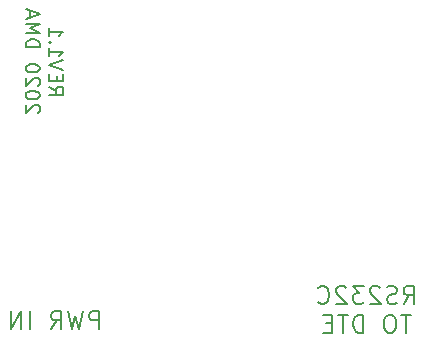
<source format=gbr>
G04 #@! TF.GenerationSoftware,KiCad,Pcbnew,(5.1.0)-1*
G04 #@! TF.CreationDate,2022-02-26T19:57:31-08:00*
G04 #@! TF.ProjectId,BITLINK_12F_R1,4249544c-494e-44b5-9f31-32465f52312e,rev?*
G04 #@! TF.SameCoordinates,PX7755c18PY8cd1ce0*
G04 #@! TF.FileFunction,Legend,Bot*
G04 #@! TF.FilePolarity,Positive*
%FSLAX45Y45*%
G04 Gerber Fmt 4.5, Leading zero omitted, Abs format (unit mm)*
G04 Created by KiCad (PCBNEW (5.1.0)-1) date 2022-02-26 19:57:31*
%MOMM*%
%LPD*%
G04 APERTURE LIST*
%ADD10C,0.200000*%
%ADD11R,3.602000X3.602000*%
%ADD12C,0.100000*%
%ADD13C,3.102000*%
%ADD14C,3.602000*%
%ADD15C,1.902000*%
%ADD16R,1.902000X1.902000*%
%ADD17C,1.802000*%
%ADD18O,1.802000X2.102000*%
%ADD19R,1.802000X1.802000*%
%ADD20O,1.802000X1.802000*%
%ADD21C,2.102000*%
%ADD22R,1.702000X1.702000*%
%ADD23C,1.702000*%
%ADD24C,4.102000*%
%ADD25C,3.302000*%
G04 APERTURE END LIST*
D10*
X487804Y2197472D02*
X544947Y2157472D01*
X487804Y2128900D02*
X607804Y2128900D01*
X607804Y2174614D01*
X602090Y2186043D01*
X596376Y2191757D01*
X584947Y2197472D01*
X567804Y2197472D01*
X556376Y2191757D01*
X550661Y2186043D01*
X544947Y2174614D01*
X544947Y2128900D01*
X550661Y2248900D02*
X550661Y2288900D01*
X487804Y2306043D02*
X487804Y2248900D01*
X607804Y2248900D01*
X607804Y2306043D01*
X607804Y2340329D02*
X487804Y2380329D01*
X607804Y2420329D01*
X487804Y2523186D02*
X487804Y2454614D01*
X487804Y2488900D02*
X607804Y2488900D01*
X590661Y2477472D01*
X579233Y2466043D01*
X573519Y2454614D01*
X499233Y2574614D02*
X493518Y2580329D01*
X487804Y2574614D01*
X493518Y2568900D01*
X499233Y2574614D01*
X487804Y2574614D01*
X487804Y2694614D02*
X487804Y2626043D01*
X487804Y2660329D02*
X607804Y2660329D01*
X590661Y2648900D01*
X579233Y2637472D01*
X573519Y2626043D01*
X396376Y1977471D02*
X402090Y1983186D01*
X407804Y1994614D01*
X407804Y2023186D01*
X402090Y2034614D01*
X396376Y2040329D01*
X384947Y2046043D01*
X373518Y2046043D01*
X356376Y2040329D01*
X287804Y1971757D01*
X287804Y2046043D01*
X407804Y2120329D02*
X407804Y2131757D01*
X402090Y2143186D01*
X396376Y2148900D01*
X384947Y2154614D01*
X362090Y2160329D01*
X333519Y2160329D01*
X310661Y2154614D01*
X299233Y2148900D01*
X293519Y2143186D01*
X287804Y2131757D01*
X287804Y2120329D01*
X293519Y2108900D01*
X299233Y2103186D01*
X310661Y2097472D01*
X333519Y2091757D01*
X362090Y2091757D01*
X384947Y2097472D01*
X396376Y2103186D01*
X402090Y2108900D01*
X407804Y2120329D01*
X396376Y2206043D02*
X402090Y2211757D01*
X407804Y2223186D01*
X407804Y2251757D01*
X402090Y2263186D01*
X396376Y2268900D01*
X384947Y2274614D01*
X373518Y2274614D01*
X356376Y2268900D01*
X287804Y2200329D01*
X287804Y2274614D01*
X407804Y2348900D02*
X407804Y2360329D01*
X402090Y2371757D01*
X396376Y2377472D01*
X384947Y2383186D01*
X362090Y2388900D01*
X333519Y2388900D01*
X310661Y2383186D01*
X299233Y2377472D01*
X293519Y2371757D01*
X287804Y2360329D01*
X287804Y2348900D01*
X293519Y2337472D01*
X299233Y2331757D01*
X310661Y2326043D01*
X333519Y2320329D01*
X362090Y2320329D01*
X384947Y2326043D01*
X396376Y2331757D01*
X402090Y2337472D01*
X407804Y2348900D01*
X287804Y2531757D02*
X407804Y2531757D01*
X407804Y2560329D01*
X402090Y2577472D01*
X390661Y2588900D01*
X379233Y2594614D01*
X356376Y2600329D01*
X339233Y2600329D01*
X316376Y2594614D01*
X304947Y2588900D01*
X293519Y2577472D01*
X287804Y2560329D01*
X287804Y2531757D01*
X287804Y2651757D02*
X407804Y2651757D01*
X322090Y2691757D01*
X407804Y2731757D01*
X287804Y2731757D01*
X322090Y2783186D02*
X322090Y2840329D01*
X287804Y2771757D02*
X407804Y2811757D01*
X287804Y2851757D01*
X3488146Y360423D02*
X3538146Y431851D01*
X3573860Y360423D02*
X3573860Y510423D01*
X3516717Y510423D01*
X3502431Y503280D01*
X3495288Y496137D01*
X3488146Y481851D01*
X3488146Y460423D01*
X3495288Y446137D01*
X3502431Y438994D01*
X3516717Y431851D01*
X3573860Y431851D01*
X3431003Y367566D02*
X3409574Y360423D01*
X3373860Y360423D01*
X3359574Y367566D01*
X3352431Y374709D01*
X3345288Y388994D01*
X3345288Y403280D01*
X3352431Y417566D01*
X3359574Y424709D01*
X3373860Y431851D01*
X3402431Y438994D01*
X3416717Y446137D01*
X3423860Y453280D01*
X3431003Y467566D01*
X3431003Y481851D01*
X3423860Y496137D01*
X3416717Y503280D01*
X3402431Y510423D01*
X3366717Y510423D01*
X3345288Y503280D01*
X3288146Y496137D02*
X3281003Y503280D01*
X3266717Y510423D01*
X3231003Y510423D01*
X3216717Y503280D01*
X3209574Y496137D01*
X3202431Y481851D01*
X3202431Y467566D01*
X3209574Y446137D01*
X3295288Y360423D01*
X3202431Y360423D01*
X3152431Y510423D02*
X3059574Y510423D01*
X3109574Y453280D01*
X3088146Y453280D01*
X3073860Y446137D01*
X3066717Y438994D01*
X3059574Y424709D01*
X3059574Y388994D01*
X3066717Y374709D01*
X3073860Y367566D01*
X3088146Y360423D01*
X3131003Y360423D01*
X3145288Y367566D01*
X3152431Y374709D01*
X3002431Y496137D02*
X2995288Y503280D01*
X2981003Y510423D01*
X2945288Y510423D01*
X2931003Y503280D01*
X2923860Y496137D01*
X2916717Y481851D01*
X2916717Y467566D01*
X2923860Y446137D01*
X3009574Y360423D01*
X2916717Y360423D01*
X2766717Y374709D02*
X2773860Y367566D01*
X2795289Y360423D01*
X2809574Y360423D01*
X2831003Y367566D01*
X2845288Y381851D01*
X2852431Y396137D01*
X2859574Y424709D01*
X2859574Y446137D01*
X2852431Y474709D01*
X2845288Y488994D01*
X2831003Y503280D01*
X2809574Y510423D01*
X2795289Y510423D01*
X2773860Y503280D01*
X2766717Y496137D01*
X3552431Y265423D02*
X3466717Y265423D01*
X3509574Y115423D02*
X3509574Y265423D01*
X3388146Y265423D02*
X3359574Y265423D01*
X3345288Y258280D01*
X3331003Y243994D01*
X3323860Y215423D01*
X3323860Y165423D01*
X3331003Y136852D01*
X3345288Y122566D01*
X3359574Y115423D01*
X3388146Y115423D01*
X3402431Y122566D01*
X3416717Y136852D01*
X3423860Y165423D01*
X3423860Y215423D01*
X3416717Y243994D01*
X3402431Y258280D01*
X3388146Y265423D01*
X3145288Y115423D02*
X3145288Y265423D01*
X3109574Y265423D01*
X3088146Y258280D01*
X3073860Y243994D01*
X3066717Y229709D01*
X3059574Y201137D01*
X3059574Y179709D01*
X3066717Y151137D01*
X3073860Y136852D01*
X3088146Y122566D01*
X3109574Y115423D01*
X3145288Y115423D01*
X3016717Y265423D02*
X2931003Y265423D01*
X2973860Y115423D02*
X2973860Y265423D01*
X2881003Y193994D02*
X2831003Y193994D01*
X2809574Y115423D02*
X2881003Y115423D01*
X2881003Y265423D01*
X2809574Y265423D01*
X910038Y147753D02*
X910038Y297753D01*
X852896Y297753D01*
X838610Y290610D01*
X831467Y283467D01*
X824324Y269182D01*
X824324Y247753D01*
X831467Y233467D01*
X838610Y226324D01*
X852896Y219181D01*
X910038Y219181D01*
X774324Y297753D02*
X738610Y147753D01*
X710038Y254896D01*
X681467Y147753D01*
X645753Y297753D01*
X502896Y147753D02*
X552896Y219181D01*
X588610Y147753D02*
X588610Y297753D01*
X531467Y297753D01*
X517181Y290610D01*
X510038Y283467D01*
X502896Y269182D01*
X502896Y247753D01*
X510038Y233467D01*
X517181Y226324D01*
X531467Y219181D01*
X588610Y219181D01*
X324324Y147753D02*
X324324Y297753D01*
X252896Y147753D02*
X252896Y297753D01*
X167181Y147753D01*
X167181Y297753D01*
%LPC*%
D11*
X536820Y1135520D03*
D12*
G36*
X646971Y690247D02*
G01*
X654499Y689130D01*
X661882Y687281D01*
X669047Y684717D01*
X675927Y681463D01*
X682455Y677551D01*
X688567Y673017D01*
X694206Y667906D01*
X699317Y662267D01*
X703850Y656155D01*
X707763Y649627D01*
X711017Y642747D01*
X713581Y635582D01*
X715430Y628199D01*
X716547Y620671D01*
X716920Y613070D01*
X716920Y457970D01*
X716547Y450369D01*
X715430Y442841D01*
X713581Y435458D01*
X711017Y428293D01*
X707763Y421413D01*
X703850Y414885D01*
X699317Y408773D01*
X694206Y403134D01*
X688567Y398023D01*
X682455Y393489D01*
X675927Y389577D01*
X669047Y386323D01*
X661882Y383759D01*
X654499Y381910D01*
X646971Y380793D01*
X639370Y380420D01*
X434270Y380420D01*
X426669Y380793D01*
X419141Y381910D01*
X411758Y383759D01*
X404593Y386323D01*
X397713Y389577D01*
X391185Y393489D01*
X385073Y398023D01*
X379434Y403134D01*
X374323Y408773D01*
X369789Y414885D01*
X365877Y421413D01*
X362623Y428293D01*
X360059Y435458D01*
X358210Y442841D01*
X357093Y450369D01*
X356720Y457970D01*
X356720Y613070D01*
X357093Y620671D01*
X358210Y628199D01*
X360059Y635582D01*
X362623Y642747D01*
X365877Y649627D01*
X369789Y656155D01*
X374323Y662267D01*
X379434Y667906D01*
X385073Y673017D01*
X391185Y677551D01*
X397713Y681463D01*
X404593Y684717D01*
X411758Y687281D01*
X419141Y689130D01*
X426669Y690247D01*
X434270Y690620D01*
X639370Y690620D01*
X646971Y690247D01*
X646971Y690247D01*
G37*
D13*
X536820Y535520D03*
D12*
G36*
X1105696Y1015186D02*
G01*
X1114438Y1013890D01*
X1123010Y1011742D01*
X1131331Y1008765D01*
X1139319Y1004987D01*
X1146899Y1000444D01*
X1153997Y995180D01*
X1160545Y989245D01*
X1166480Y982697D01*
X1171744Y975599D01*
X1176287Y968019D01*
X1180065Y960031D01*
X1183043Y951710D01*
X1185190Y943138D01*
X1186486Y934396D01*
X1186920Y925570D01*
X1186920Y745470D01*
X1186486Y736644D01*
X1185190Y727902D01*
X1183043Y719330D01*
X1180065Y711009D01*
X1176287Y703021D01*
X1171744Y695441D01*
X1166480Y688343D01*
X1160545Y681795D01*
X1153997Y675860D01*
X1146899Y670596D01*
X1139319Y666053D01*
X1131331Y662275D01*
X1123010Y659298D01*
X1114438Y657150D01*
X1105696Y655854D01*
X1096870Y655420D01*
X916770Y655420D01*
X907944Y655854D01*
X899202Y657150D01*
X890630Y659298D01*
X882309Y662275D01*
X874321Y666053D01*
X866741Y670596D01*
X859643Y675860D01*
X853095Y681795D01*
X847160Y688343D01*
X841896Y695441D01*
X837353Y703021D01*
X833575Y711009D01*
X830597Y719330D01*
X828450Y727902D01*
X827154Y736644D01*
X826720Y745470D01*
X826720Y925570D01*
X827154Y934396D01*
X828450Y943138D01*
X830597Y951710D01*
X833575Y960031D01*
X837353Y968019D01*
X841896Y975599D01*
X847160Y982697D01*
X853095Y989245D01*
X859643Y995180D01*
X866741Y1000444D01*
X874321Y1004987D01*
X882309Y1008765D01*
X890630Y1011742D01*
X899202Y1013890D01*
X907944Y1015186D01*
X916770Y1015620D01*
X1096870Y1015620D01*
X1105696Y1015186D01*
X1105696Y1015186D01*
G37*
D14*
X1006820Y835520D03*
D15*
X4540000Y8808400D03*
D16*
X4286000Y8808400D03*
X3486000Y8808400D03*
D15*
X3740000Y8808400D03*
X2940000Y8808400D03*
D16*
X2686000Y8808400D03*
D15*
X2140000Y8808400D03*
D16*
X1886000Y8808400D03*
X1086000Y8808400D03*
D15*
X1340000Y8808400D03*
D16*
X286000Y8808400D03*
D15*
X540000Y8808400D03*
D12*
G36*
X853537Y1799332D02*
G01*
X856110Y1798951D01*
X858632Y1798319D01*
X861081Y1797443D01*
X863432Y1796331D01*
X865663Y1794994D01*
X867751Y1793445D01*
X869678Y1791698D01*
X871425Y1789771D01*
X872974Y1787683D01*
X874311Y1785452D01*
X875423Y1783101D01*
X876299Y1780652D01*
X876931Y1778130D01*
X877312Y1775557D01*
X877440Y1772960D01*
X877440Y1615760D01*
X877312Y1613162D01*
X876931Y1610590D01*
X876299Y1608067D01*
X875423Y1605619D01*
X874311Y1603268D01*
X872974Y1601037D01*
X871425Y1598949D01*
X869678Y1597022D01*
X867751Y1595275D01*
X865663Y1593726D01*
X863432Y1592389D01*
X861081Y1591277D01*
X858632Y1590401D01*
X856110Y1589769D01*
X853537Y1589388D01*
X850940Y1589260D01*
X723740Y1589260D01*
X721142Y1589388D01*
X718570Y1589769D01*
X716047Y1590401D01*
X713599Y1591277D01*
X711248Y1592389D01*
X709017Y1593726D01*
X706929Y1595275D01*
X705002Y1597022D01*
X703255Y1598949D01*
X701706Y1601037D01*
X700369Y1603268D01*
X699257Y1605619D01*
X698381Y1608067D01*
X697749Y1610590D01*
X697368Y1613162D01*
X697240Y1615760D01*
X697240Y1772960D01*
X697368Y1775557D01*
X697749Y1778130D01*
X698381Y1780652D01*
X699257Y1783101D01*
X700369Y1785452D01*
X701706Y1787683D01*
X703255Y1789771D01*
X705002Y1791698D01*
X706929Y1793445D01*
X709017Y1794994D01*
X711248Y1796331D01*
X713599Y1797443D01*
X716047Y1798319D01*
X718570Y1798951D01*
X721142Y1799332D01*
X723740Y1799460D01*
X850940Y1799460D01*
X853537Y1799332D01*
X853537Y1799332D01*
G37*
D17*
X787340Y1694360D03*
D18*
X537340Y1694360D03*
D19*
X4521200Y4566000D03*
D20*
X4521200Y4820000D03*
D19*
X4521200Y5368000D03*
D20*
X4521200Y5622000D03*
X4521200Y5876000D03*
D21*
X761820Y5529200D03*
X761820Y4329200D03*
X161820Y4329200D03*
X161820Y5529200D03*
D17*
X586820Y5329200D03*
X586820Y4929200D03*
X586820Y4529200D03*
D21*
X1344132Y2131532D03*
X1794132Y2131532D03*
X1344132Y1481532D03*
X1794132Y1481532D03*
D22*
X3724820Y996620D03*
D23*
X3447820Y996620D03*
X3170820Y996620D03*
X2893820Y996620D03*
X2616820Y996620D03*
X3586320Y712620D03*
X3309320Y712620D03*
X3032320Y712620D03*
X2755320Y712620D03*
D24*
X1920820Y966620D03*
X4420820Y966620D03*
D25*
X304800Y6643700D03*
X4521200Y6643700D03*
X304800Y3214700D03*
X4521200Y3214700D03*
M02*

</source>
